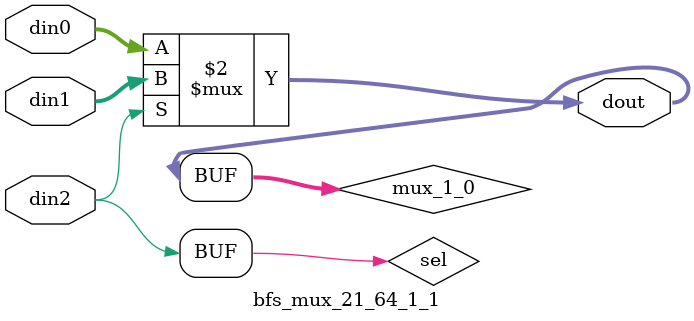
<source format=v>

`timescale 1ns/1ps

module bfs_mux_21_64_1_1 #(
parameter
    ID                = 0,
    NUM_STAGE         = 1,
    din0_WIDTH       = 32,
    din1_WIDTH       = 32,
    din2_WIDTH         = 32,
    dout_WIDTH            = 32
)(
    input  [63 : 0]     din0,
    input  [63 : 0]     din1,
    input  [0 : 0]    din2,
    output [63 : 0]   dout);

// puts internal signals
wire [0 : 0]     sel;
// level 1 signals
wire [63 : 0]         mux_1_0;

assign sel = din2;

// Generate level 1 logic
assign mux_1_0 = (sel[0] == 0)? din0 : din1;

// output logic
assign dout = mux_1_0;

endmodule

</source>
